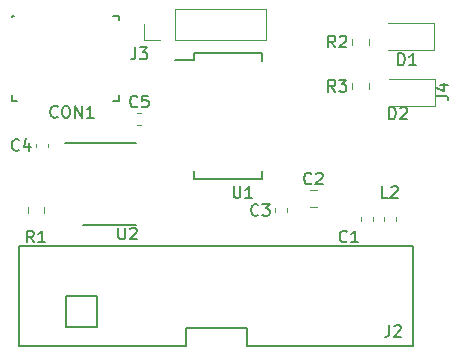
<source format=gto>
G04 #@! TF.GenerationSoftware,KiCad,Pcbnew,(5.1.0)-1*
G04 #@! TF.CreationDate,2019-04-13T16:10:58+02:00*
G04 #@! TF.ProjectId,converterboard,636f6e76-6572-4746-9572-626f6172642e,rev?*
G04 #@! TF.SameCoordinates,Original*
G04 #@! TF.FileFunction,Legend,Top*
G04 #@! TF.FilePolarity,Positive*
%FSLAX46Y46*%
G04 Gerber Fmt 4.6, Leading zero omitted, Abs format (unit mm)*
G04 Created by KiCad (PCBNEW (5.1.0)-1) date 2019-04-13 16:10:58*
%MOMM*%
%LPD*%
G04 APERTURE LIST*
%ADD10C,0.120000*%
%ADD11C,0.150000*%
G04 APERTURE END LIST*
D10*
X181491422Y-116210000D02*
X182008578Y-116210000D01*
X181491422Y-114790000D02*
X182008578Y-114790000D01*
X188710000Y-117037221D02*
X188710000Y-117362779D01*
X187690000Y-117037221D02*
X187690000Y-117362779D01*
X177700000Y-102080000D02*
X177700000Y-99420000D01*
X170020000Y-102080000D02*
X177700000Y-102080000D01*
X170020000Y-99420000D02*
X177700000Y-99420000D01*
X170020000Y-102080000D02*
X170020000Y-99420000D01*
X168750000Y-102080000D02*
X167420000Y-102080000D01*
X167420000Y-102080000D02*
X167420000Y-100750000D01*
D11*
X162275000Y-117700000D02*
X166725000Y-117700000D01*
X160750000Y-110800000D02*
X166725000Y-110800000D01*
X190200000Y-123750000D02*
X190200000Y-127950000D01*
X156800000Y-127950000D02*
X156800000Y-119550000D01*
X156800000Y-119550000D02*
X190200000Y-119550000D01*
X190200000Y-119550000D02*
X190200000Y-123750000D01*
X171000000Y-126450000D02*
X171000000Y-127950000D01*
X171000000Y-126450000D02*
X176100000Y-126450000D01*
X176100000Y-126450000D02*
X176100000Y-127950000D01*
X190200000Y-127950000D02*
X176100000Y-127950000D01*
X171000000Y-127950000D02*
X156800000Y-127950000D01*
X160800000Y-123750000D02*
X163400000Y-123750000D01*
X163400000Y-123750000D02*
X163400000Y-126350000D01*
X163400000Y-126350000D02*
X160800000Y-126350000D01*
X160800000Y-126350000D02*
X160800000Y-123750000D01*
D10*
X166837221Y-109260000D02*
X167162779Y-109260000D01*
X166837221Y-108240000D02*
X167162779Y-108240000D01*
X159260000Y-110837221D02*
X159260000Y-111162779D01*
X158240000Y-110837221D02*
X158240000Y-111162779D01*
X178490000Y-116337221D02*
X178490000Y-116662779D01*
X179510000Y-116337221D02*
X179510000Y-116662779D01*
X186760000Y-117087221D02*
X186760000Y-117412779D01*
X185740000Y-117087221D02*
X185740000Y-117412779D01*
X192035000Y-105365000D02*
X188150000Y-105365000D01*
X192035000Y-107635000D02*
X192035000Y-105365000D01*
X188150000Y-107635000D02*
X192035000Y-107635000D01*
X188050000Y-102885000D02*
X191935000Y-102885000D01*
X191935000Y-102885000D02*
X191935000Y-100615000D01*
X191935000Y-100615000D02*
X188050000Y-100615000D01*
D11*
X165250000Y-107201800D02*
X165250000Y-106770000D01*
X164814000Y-107201800D02*
X165250000Y-107201800D01*
X165250000Y-100000000D02*
X165250000Y-100420000D01*
X164814000Y-100000000D02*
X165250000Y-100000000D01*
X156254200Y-100013600D02*
X156254200Y-100166000D01*
X156432000Y-100000000D02*
X156250000Y-100000000D01*
X156254200Y-107201800D02*
X156254200Y-106770000D01*
X156686000Y-107201800D02*
X156254200Y-107201800D01*
X171625000Y-103175000D02*
X171625000Y-103750000D01*
X177375000Y-103175000D02*
X177375000Y-103825000D01*
X177375000Y-113825000D02*
X177375000Y-113175000D01*
X171625000Y-113825000D02*
X171625000Y-113175000D01*
X171625000Y-103175000D02*
X177375000Y-103175000D01*
X171625000Y-113825000D02*
X177375000Y-113825000D01*
X171625000Y-103750000D02*
X170025000Y-103750000D01*
D10*
X186460000Y-105741422D02*
X186460000Y-106258578D01*
X185040000Y-105741422D02*
X185040000Y-106258578D01*
X186460000Y-102508578D02*
X186460000Y-101991422D01*
X185040000Y-102508578D02*
X185040000Y-101991422D01*
X157540000Y-116696078D02*
X157540000Y-116178922D01*
X158960000Y-116696078D02*
X158960000Y-116178922D01*
D11*
X181583333Y-114207142D02*
X181535714Y-114254761D01*
X181392857Y-114302380D01*
X181297619Y-114302380D01*
X181154761Y-114254761D01*
X181059523Y-114159523D01*
X181011904Y-114064285D01*
X180964285Y-113873809D01*
X180964285Y-113730952D01*
X181011904Y-113540476D01*
X181059523Y-113445238D01*
X181154761Y-113350000D01*
X181297619Y-113302380D01*
X181392857Y-113302380D01*
X181535714Y-113350000D01*
X181583333Y-113397619D01*
X181964285Y-113397619D02*
X182011904Y-113350000D01*
X182107142Y-113302380D01*
X182345238Y-113302380D01*
X182440476Y-113350000D01*
X182488095Y-113397619D01*
X182535714Y-113492857D01*
X182535714Y-113588095D01*
X182488095Y-113730952D01*
X181916666Y-114302380D01*
X182535714Y-114302380D01*
X192152380Y-106783333D02*
X192866666Y-106783333D01*
X193009523Y-106830952D01*
X193104761Y-106926190D01*
X193152380Y-107069047D01*
X193152380Y-107164285D01*
X192485714Y-105878571D02*
X193152380Y-105878571D01*
X192104761Y-106116666D02*
X192819047Y-106354761D01*
X192819047Y-105735714D01*
X188033333Y-115452380D02*
X187557142Y-115452380D01*
X187557142Y-114452380D01*
X188319047Y-114547619D02*
X188366666Y-114500000D01*
X188461904Y-114452380D01*
X188700000Y-114452380D01*
X188795238Y-114500000D01*
X188842857Y-114547619D01*
X188890476Y-114642857D01*
X188890476Y-114738095D01*
X188842857Y-114880952D01*
X188271428Y-115452380D01*
X188890476Y-115452380D01*
X166666666Y-102702380D02*
X166666666Y-103416666D01*
X166619047Y-103559523D01*
X166523809Y-103654761D01*
X166380952Y-103702380D01*
X166285714Y-103702380D01*
X167047619Y-102702380D02*
X167666666Y-102702380D01*
X167333333Y-103083333D01*
X167476190Y-103083333D01*
X167571428Y-103130952D01*
X167619047Y-103178571D01*
X167666666Y-103273809D01*
X167666666Y-103511904D01*
X167619047Y-103607142D01*
X167571428Y-103654761D01*
X167476190Y-103702380D01*
X167190476Y-103702380D01*
X167095238Y-103654761D01*
X167047619Y-103607142D01*
X165238095Y-117952380D02*
X165238095Y-118761904D01*
X165285714Y-118857142D01*
X165333333Y-118904761D01*
X165428571Y-118952380D01*
X165619047Y-118952380D01*
X165714285Y-118904761D01*
X165761904Y-118857142D01*
X165809523Y-118761904D01*
X165809523Y-117952380D01*
X166238095Y-118047619D02*
X166285714Y-118000000D01*
X166380952Y-117952380D01*
X166619047Y-117952380D01*
X166714285Y-118000000D01*
X166761904Y-118047619D01*
X166809523Y-118142857D01*
X166809523Y-118238095D01*
X166761904Y-118380952D01*
X166190476Y-118952380D01*
X166809523Y-118952380D01*
X188166666Y-126202380D02*
X188166666Y-126916666D01*
X188119047Y-127059523D01*
X188023809Y-127154761D01*
X187880952Y-127202380D01*
X187785714Y-127202380D01*
X188595238Y-126297619D02*
X188642857Y-126250000D01*
X188738095Y-126202380D01*
X188976190Y-126202380D01*
X189071428Y-126250000D01*
X189119047Y-126297619D01*
X189166666Y-126392857D01*
X189166666Y-126488095D01*
X189119047Y-126630952D01*
X188547619Y-127202380D01*
X189166666Y-127202380D01*
X166833333Y-107677142D02*
X166785714Y-107724761D01*
X166642857Y-107772380D01*
X166547619Y-107772380D01*
X166404761Y-107724761D01*
X166309523Y-107629523D01*
X166261904Y-107534285D01*
X166214285Y-107343809D01*
X166214285Y-107200952D01*
X166261904Y-107010476D01*
X166309523Y-106915238D01*
X166404761Y-106820000D01*
X166547619Y-106772380D01*
X166642857Y-106772380D01*
X166785714Y-106820000D01*
X166833333Y-106867619D01*
X167738095Y-106772380D02*
X167261904Y-106772380D01*
X167214285Y-107248571D01*
X167261904Y-107200952D01*
X167357142Y-107153333D01*
X167595238Y-107153333D01*
X167690476Y-107200952D01*
X167738095Y-107248571D01*
X167785714Y-107343809D01*
X167785714Y-107581904D01*
X167738095Y-107677142D01*
X167690476Y-107724761D01*
X167595238Y-107772380D01*
X167357142Y-107772380D01*
X167261904Y-107724761D01*
X167214285Y-107677142D01*
X156833333Y-111357142D02*
X156785714Y-111404761D01*
X156642857Y-111452380D01*
X156547619Y-111452380D01*
X156404761Y-111404761D01*
X156309523Y-111309523D01*
X156261904Y-111214285D01*
X156214285Y-111023809D01*
X156214285Y-110880952D01*
X156261904Y-110690476D01*
X156309523Y-110595238D01*
X156404761Y-110500000D01*
X156547619Y-110452380D01*
X156642857Y-110452380D01*
X156785714Y-110500000D01*
X156833333Y-110547619D01*
X157690476Y-110785714D02*
X157690476Y-111452380D01*
X157452380Y-110404761D02*
X157214285Y-111119047D01*
X157833333Y-111119047D01*
X177083333Y-116857142D02*
X177035714Y-116904761D01*
X176892857Y-116952380D01*
X176797619Y-116952380D01*
X176654761Y-116904761D01*
X176559523Y-116809523D01*
X176511904Y-116714285D01*
X176464285Y-116523809D01*
X176464285Y-116380952D01*
X176511904Y-116190476D01*
X176559523Y-116095238D01*
X176654761Y-116000000D01*
X176797619Y-115952380D01*
X176892857Y-115952380D01*
X177035714Y-116000000D01*
X177083333Y-116047619D01*
X177416666Y-115952380D02*
X178035714Y-115952380D01*
X177702380Y-116333333D01*
X177845238Y-116333333D01*
X177940476Y-116380952D01*
X177988095Y-116428571D01*
X178035714Y-116523809D01*
X178035714Y-116761904D01*
X177988095Y-116857142D01*
X177940476Y-116904761D01*
X177845238Y-116952380D01*
X177559523Y-116952380D01*
X177464285Y-116904761D01*
X177416666Y-116857142D01*
X184583333Y-119107142D02*
X184535714Y-119154761D01*
X184392857Y-119202380D01*
X184297619Y-119202380D01*
X184154761Y-119154761D01*
X184059523Y-119059523D01*
X184011904Y-118964285D01*
X183964285Y-118773809D01*
X183964285Y-118630952D01*
X184011904Y-118440476D01*
X184059523Y-118345238D01*
X184154761Y-118250000D01*
X184297619Y-118202380D01*
X184392857Y-118202380D01*
X184535714Y-118250000D01*
X184583333Y-118297619D01*
X185535714Y-119202380D02*
X184964285Y-119202380D01*
X185250000Y-119202380D02*
X185250000Y-118202380D01*
X185154761Y-118345238D01*
X185059523Y-118440476D01*
X184964285Y-118488095D01*
X188161904Y-108772380D02*
X188161904Y-107772380D01*
X188400000Y-107772380D01*
X188542857Y-107820000D01*
X188638095Y-107915238D01*
X188685714Y-108010476D01*
X188733333Y-108200952D01*
X188733333Y-108343809D01*
X188685714Y-108534285D01*
X188638095Y-108629523D01*
X188542857Y-108724761D01*
X188400000Y-108772380D01*
X188161904Y-108772380D01*
X189114285Y-107867619D02*
X189161904Y-107820000D01*
X189257142Y-107772380D01*
X189495238Y-107772380D01*
X189590476Y-107820000D01*
X189638095Y-107867619D01*
X189685714Y-107962857D01*
X189685714Y-108058095D01*
X189638095Y-108200952D01*
X189066666Y-108772380D01*
X189685714Y-108772380D01*
X188911904Y-104202380D02*
X188911904Y-103202380D01*
X189150000Y-103202380D01*
X189292857Y-103250000D01*
X189388095Y-103345238D01*
X189435714Y-103440476D01*
X189483333Y-103630952D01*
X189483333Y-103773809D01*
X189435714Y-103964285D01*
X189388095Y-104059523D01*
X189292857Y-104154761D01*
X189150000Y-104202380D01*
X188911904Y-104202380D01*
X190435714Y-104202380D02*
X189864285Y-104202380D01*
X190150000Y-104202380D02*
X190150000Y-103202380D01*
X190054761Y-103345238D01*
X189959523Y-103440476D01*
X189864285Y-103488095D01*
X160094514Y-108549542D02*
X160046895Y-108597161D01*
X159904038Y-108644780D01*
X159808800Y-108644780D01*
X159665942Y-108597161D01*
X159570704Y-108501923D01*
X159523085Y-108406685D01*
X159475466Y-108216209D01*
X159475466Y-108073352D01*
X159523085Y-107882876D01*
X159570704Y-107787638D01*
X159665942Y-107692400D01*
X159808800Y-107644780D01*
X159904038Y-107644780D01*
X160046895Y-107692400D01*
X160094514Y-107740019D01*
X160713561Y-107644780D02*
X160904038Y-107644780D01*
X160999276Y-107692400D01*
X161094514Y-107787638D01*
X161142133Y-107978114D01*
X161142133Y-108311447D01*
X161094514Y-108501923D01*
X160999276Y-108597161D01*
X160904038Y-108644780D01*
X160713561Y-108644780D01*
X160618323Y-108597161D01*
X160523085Y-108501923D01*
X160475466Y-108311447D01*
X160475466Y-107978114D01*
X160523085Y-107787638D01*
X160618323Y-107692400D01*
X160713561Y-107644780D01*
X161570704Y-108644780D02*
X161570704Y-107644780D01*
X162142133Y-108644780D01*
X162142133Y-107644780D01*
X163142133Y-108644780D02*
X162570704Y-108644780D01*
X162856419Y-108644780D02*
X162856419Y-107644780D01*
X162761180Y-107787638D01*
X162665942Y-107882876D01*
X162570704Y-107930495D01*
X174988095Y-114452380D02*
X174988095Y-115261904D01*
X175035714Y-115357142D01*
X175083333Y-115404761D01*
X175178571Y-115452380D01*
X175369047Y-115452380D01*
X175464285Y-115404761D01*
X175511904Y-115357142D01*
X175559523Y-115261904D01*
X175559523Y-114452380D01*
X176559523Y-115452380D02*
X175988095Y-115452380D01*
X176273809Y-115452380D02*
X176273809Y-114452380D01*
X176178571Y-114595238D01*
X176083333Y-114690476D01*
X175988095Y-114738095D01*
X183583333Y-106452380D02*
X183250000Y-105976190D01*
X183011904Y-106452380D02*
X183011904Y-105452380D01*
X183392857Y-105452380D01*
X183488095Y-105500000D01*
X183535714Y-105547619D01*
X183583333Y-105642857D01*
X183583333Y-105785714D01*
X183535714Y-105880952D01*
X183488095Y-105928571D01*
X183392857Y-105976190D01*
X183011904Y-105976190D01*
X183916666Y-105452380D02*
X184535714Y-105452380D01*
X184202380Y-105833333D01*
X184345238Y-105833333D01*
X184440476Y-105880952D01*
X184488095Y-105928571D01*
X184535714Y-106023809D01*
X184535714Y-106261904D01*
X184488095Y-106357142D01*
X184440476Y-106404761D01*
X184345238Y-106452380D01*
X184059523Y-106452380D01*
X183964285Y-106404761D01*
X183916666Y-106357142D01*
X183583333Y-102702380D02*
X183250000Y-102226190D01*
X183011904Y-102702380D02*
X183011904Y-101702380D01*
X183392857Y-101702380D01*
X183488095Y-101750000D01*
X183535714Y-101797619D01*
X183583333Y-101892857D01*
X183583333Y-102035714D01*
X183535714Y-102130952D01*
X183488095Y-102178571D01*
X183392857Y-102226190D01*
X183011904Y-102226190D01*
X183964285Y-101797619D02*
X184011904Y-101750000D01*
X184107142Y-101702380D01*
X184345238Y-101702380D01*
X184440476Y-101750000D01*
X184488095Y-101797619D01*
X184535714Y-101892857D01*
X184535714Y-101988095D01*
X184488095Y-102130952D01*
X183916666Y-102702380D01*
X184535714Y-102702380D01*
X158083333Y-119202380D02*
X157750000Y-118726190D01*
X157511904Y-119202380D02*
X157511904Y-118202380D01*
X157892857Y-118202380D01*
X157988095Y-118250000D01*
X158035714Y-118297619D01*
X158083333Y-118392857D01*
X158083333Y-118535714D01*
X158035714Y-118630952D01*
X157988095Y-118678571D01*
X157892857Y-118726190D01*
X157511904Y-118726190D01*
X159035714Y-119202380D02*
X158464285Y-119202380D01*
X158750000Y-119202380D02*
X158750000Y-118202380D01*
X158654761Y-118345238D01*
X158559523Y-118440476D01*
X158464285Y-118488095D01*
M02*

</source>
